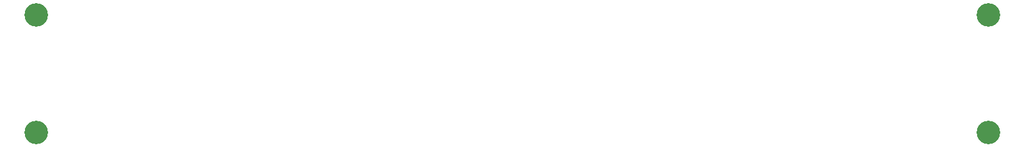
<source format=gbr>
%TF.GenerationSoftware,KiCad,Pcbnew,9.0.0-9.0.0-2~ubuntu24.04.1*%
%TF.CreationDate,2025-04-10T08:36:23-04:00*%
%TF.ProjectId,Touch,546f7563-682e-46b6-9963-61645f706362,0*%
%TF.SameCoordinates,Original*%
%TF.FileFunction,Soldermask,Bot*%
%TF.FilePolarity,Negative*%
%FSLAX46Y46*%
G04 Gerber Fmt 4.6, Leading zero omitted, Abs format (unit mm)*
G04 Created by KiCad (PCBNEW 9.0.0-9.0.0-2~ubuntu24.04.1) date 2025-04-10 08:36:23*
%MOMM*%
%LPD*%
G01*
G04 APERTURE LIST*
%ADD10C,3.200000*%
G04 APERTURE END LIST*
D10*
%TO.C,H4*%
X99000000Y-151000000D03*
%TD*%
%TO.C,H3*%
X99000000Y-135000000D03*
%TD*%
%TO.C,H6*%
X228000000Y-151000000D03*
%TD*%
%TO.C,H5*%
X228000000Y-135000000D03*
%TD*%
M02*

</source>
